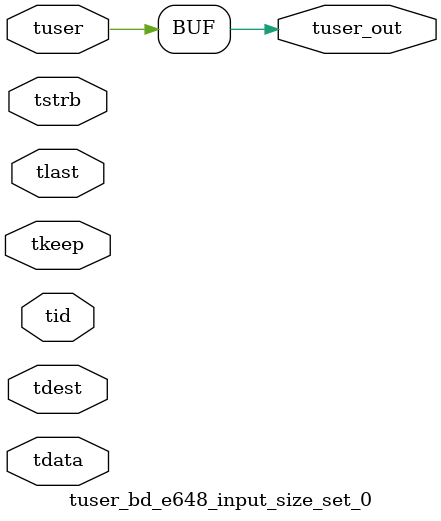
<source format=v>


`timescale 1ps/1ps

module tuser_bd_e648_input_size_set_0 #
(
parameter C_S_AXIS_TUSER_WIDTH = 1,
parameter C_S_AXIS_TDATA_WIDTH = 32,
parameter C_S_AXIS_TID_WIDTH   = 0,
parameter C_S_AXIS_TDEST_WIDTH = 0,
parameter C_M_AXIS_TUSER_WIDTH = 1
)
(
input  [(C_S_AXIS_TUSER_WIDTH == 0 ? 1 : C_S_AXIS_TUSER_WIDTH)-1:0     ] tuser,
input  [(C_S_AXIS_TDATA_WIDTH == 0 ? 1 : C_S_AXIS_TDATA_WIDTH)-1:0     ] tdata,
input  [(C_S_AXIS_TID_WIDTH   == 0 ? 1 : C_S_AXIS_TID_WIDTH)-1:0       ] tid,
input  [(C_S_AXIS_TDEST_WIDTH == 0 ? 1 : C_S_AXIS_TDEST_WIDTH)-1:0     ] tdest,
input  [(C_S_AXIS_TDATA_WIDTH/8)-1:0 ] tkeep,
input  [(C_S_AXIS_TDATA_WIDTH/8)-1:0 ] tstrb,
input                                                                    tlast,
output [C_M_AXIS_TUSER_WIDTH-1:0] tuser_out
);

assign tuser_out = {tuser[0:0]};

endmodule


</source>
